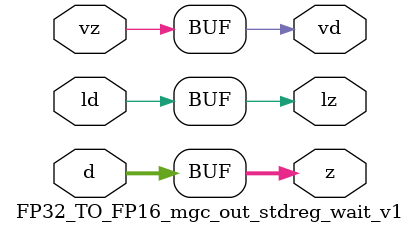
<source format=v>
module FP32_TO_FP16_mgc_out_stdreg_wait_v1 (ld, vd, d, lz, vz, z);
  parameter integer rscid = 1;
  parameter integer width = 8;
  input ld;
  output vd;
  input [width-1:0] d;
  output lz;
  input vz;
  output [width-1:0] z;
  wire vd;
  wire lz;
  wire [width-1:0] z;
  assign z = d;
  assign lz = ld;
  assign vd = vz;
endmodule
</source>
